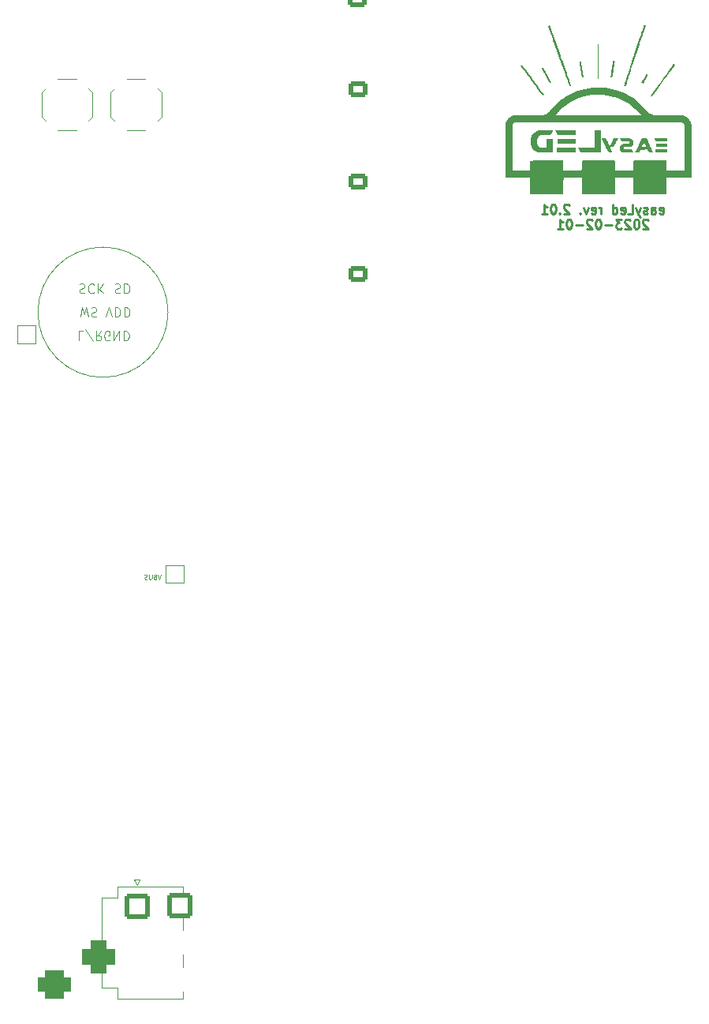
<source format=gbr>
%TF.GenerationSoftware,KiCad,Pcbnew,7.0.6*%
%TF.CreationDate,2023-07-31T04:45:07-07:00*%
%TF.ProjectId,LED_Wled,4c45445f-576c-4656-942e-6b696361645f,rev?*%
%TF.SameCoordinates,Original*%
%TF.FileFunction,Legend,Bot*%
%TF.FilePolarity,Positive*%
%FSLAX46Y46*%
G04 Gerber Fmt 4.6, Leading zero omitted, Abs format (unit mm)*
G04 Created by KiCad (PCBNEW 7.0.6) date 2023-07-31 04:45:07*
%MOMM*%
%LPD*%
G01*
G04 APERTURE LIST*
G04 Aperture macros list*
%AMRoundRect*
0 Rectangle with rounded corners*
0 $1 Rounding radius*
0 $2 $3 $4 $5 $6 $7 $8 $9 X,Y pos of 4 corners*
0 Add a 4 corners polygon primitive as box body*
4,1,4,$2,$3,$4,$5,$6,$7,$8,$9,$2,$3,0*
0 Add four circle primitives for the rounded corners*
1,1,$1+$1,$2,$3*
1,1,$1+$1,$4,$5*
1,1,$1+$1,$6,$7*
1,1,$1+$1,$8,$9*
0 Add four rect primitives between the rounded corners*
20,1,$1+$1,$2,$3,$4,$5,0*
20,1,$1+$1,$4,$5,$6,$7,0*
20,1,$1+$1,$6,$7,$8,$9,0*
20,1,$1+$1,$8,$9,$2,$3,0*%
G04 Aperture macros list end*
%ADD10C,0.250000*%
%ADD11C,0.125000*%
%ADD12C,0.100000*%
%ADD13C,0.120000*%
%ADD14RoundRect,0.250001X-1.099999X1.099999X-1.099999X-1.099999X1.099999X-1.099999X1.099999X1.099999X0*%
%ADD15C,2.700000*%
%ADD16O,2.000000X1.700000*%
%ADD17RoundRect,0.250000X-0.750000X0.600000X-0.750000X-0.600000X0.750000X-0.600000X0.750000X0.600000X0*%
%ADD18C,1.200000*%
%ADD19R,3.500000X3.500000*%
%ADD20RoundRect,0.750000X1.000000X-0.750000X1.000000X0.750000X-1.000000X0.750000X-1.000000X-0.750000X0*%
%ADD21RoundRect,0.875000X0.875000X-0.875000X0.875000X0.875000X-0.875000X0.875000X-0.875000X-0.875000X0*%
%ADD22C,0.650000*%
%ADD23O,2.100000X1.000000*%
%ADD24O,1.800000X1.000000*%
%ADD25O,3.800000X5.500000*%
%ADD26O,3.800000X5.300000*%
%ADD27R,1.500000X1.500000*%
%ADD28C,1.500000*%
%ADD29R,0.750000X1.000000*%
G04 APERTURE END LIST*
D10*
X259763448Y-70310600D02*
X259858686Y-70358219D01*
X259858686Y-70358219D02*
X260049162Y-70358219D01*
X260049162Y-70358219D02*
X260144400Y-70310600D01*
X260144400Y-70310600D02*
X260192019Y-70215361D01*
X260192019Y-70215361D02*
X260192019Y-69834409D01*
X260192019Y-69834409D02*
X260144400Y-69739171D01*
X260144400Y-69739171D02*
X260049162Y-69691552D01*
X260049162Y-69691552D02*
X259858686Y-69691552D01*
X259858686Y-69691552D02*
X259763448Y-69739171D01*
X259763448Y-69739171D02*
X259715829Y-69834409D01*
X259715829Y-69834409D02*
X259715829Y-69929647D01*
X259715829Y-69929647D02*
X260192019Y-70024885D01*
X258858686Y-70358219D02*
X258858686Y-69834409D01*
X258858686Y-69834409D02*
X258906305Y-69739171D01*
X258906305Y-69739171D02*
X259001543Y-69691552D01*
X259001543Y-69691552D02*
X259192019Y-69691552D01*
X259192019Y-69691552D02*
X259287257Y-69739171D01*
X258858686Y-70310600D02*
X258953924Y-70358219D01*
X258953924Y-70358219D02*
X259192019Y-70358219D01*
X259192019Y-70358219D02*
X259287257Y-70310600D01*
X259287257Y-70310600D02*
X259334876Y-70215361D01*
X259334876Y-70215361D02*
X259334876Y-70120123D01*
X259334876Y-70120123D02*
X259287257Y-70024885D01*
X259287257Y-70024885D02*
X259192019Y-69977266D01*
X259192019Y-69977266D02*
X258953924Y-69977266D01*
X258953924Y-69977266D02*
X258858686Y-69929647D01*
X258430114Y-70310600D02*
X258334876Y-70358219D01*
X258334876Y-70358219D02*
X258144400Y-70358219D01*
X258144400Y-70358219D02*
X258049162Y-70310600D01*
X258049162Y-70310600D02*
X258001543Y-70215361D01*
X258001543Y-70215361D02*
X258001543Y-70167742D01*
X258001543Y-70167742D02*
X258049162Y-70072504D01*
X258049162Y-70072504D02*
X258144400Y-70024885D01*
X258144400Y-70024885D02*
X258287257Y-70024885D01*
X258287257Y-70024885D02*
X258382495Y-69977266D01*
X258382495Y-69977266D02*
X258430114Y-69882028D01*
X258430114Y-69882028D02*
X258430114Y-69834409D01*
X258430114Y-69834409D02*
X258382495Y-69739171D01*
X258382495Y-69739171D02*
X258287257Y-69691552D01*
X258287257Y-69691552D02*
X258144400Y-69691552D01*
X258144400Y-69691552D02*
X258049162Y-69739171D01*
X257668209Y-69691552D02*
X257430114Y-70358219D01*
X257192019Y-69691552D02*
X257430114Y-70358219D01*
X257430114Y-70358219D02*
X257525352Y-70596314D01*
X257525352Y-70596314D02*
X257572971Y-70643933D01*
X257572971Y-70643933D02*
X257668209Y-70691552D01*
X256334876Y-70358219D02*
X256811066Y-70358219D01*
X256811066Y-70358219D02*
X256811066Y-69358219D01*
X255620590Y-70310600D02*
X255715828Y-70358219D01*
X255715828Y-70358219D02*
X255906304Y-70358219D01*
X255906304Y-70358219D02*
X256001542Y-70310600D01*
X256001542Y-70310600D02*
X256049161Y-70215361D01*
X256049161Y-70215361D02*
X256049161Y-69834409D01*
X256049161Y-69834409D02*
X256001542Y-69739171D01*
X256001542Y-69739171D02*
X255906304Y-69691552D01*
X255906304Y-69691552D02*
X255715828Y-69691552D01*
X255715828Y-69691552D02*
X255620590Y-69739171D01*
X255620590Y-69739171D02*
X255572971Y-69834409D01*
X255572971Y-69834409D02*
X255572971Y-69929647D01*
X255572971Y-69929647D02*
X256049161Y-70024885D01*
X254715828Y-70358219D02*
X254715828Y-69358219D01*
X254715828Y-70310600D02*
X254811066Y-70358219D01*
X254811066Y-70358219D02*
X255001542Y-70358219D01*
X255001542Y-70358219D02*
X255096780Y-70310600D01*
X255096780Y-70310600D02*
X255144399Y-70262980D01*
X255144399Y-70262980D02*
X255192018Y-70167742D01*
X255192018Y-70167742D02*
X255192018Y-69882028D01*
X255192018Y-69882028D02*
X255144399Y-69786790D01*
X255144399Y-69786790D02*
X255096780Y-69739171D01*
X255096780Y-69739171D02*
X255001542Y-69691552D01*
X255001542Y-69691552D02*
X254811066Y-69691552D01*
X254811066Y-69691552D02*
X254715828Y-69739171D01*
X253477732Y-70358219D02*
X253477732Y-69691552D01*
X253477732Y-69882028D02*
X253430113Y-69786790D01*
X253430113Y-69786790D02*
X253382494Y-69739171D01*
X253382494Y-69739171D02*
X253287256Y-69691552D01*
X253287256Y-69691552D02*
X253192018Y-69691552D01*
X252477732Y-70310600D02*
X252572970Y-70358219D01*
X252572970Y-70358219D02*
X252763446Y-70358219D01*
X252763446Y-70358219D02*
X252858684Y-70310600D01*
X252858684Y-70310600D02*
X252906303Y-70215361D01*
X252906303Y-70215361D02*
X252906303Y-69834409D01*
X252906303Y-69834409D02*
X252858684Y-69739171D01*
X252858684Y-69739171D02*
X252763446Y-69691552D01*
X252763446Y-69691552D02*
X252572970Y-69691552D01*
X252572970Y-69691552D02*
X252477732Y-69739171D01*
X252477732Y-69739171D02*
X252430113Y-69834409D01*
X252430113Y-69834409D02*
X252430113Y-69929647D01*
X252430113Y-69929647D02*
X252906303Y-70024885D01*
X252096779Y-69691552D02*
X251858684Y-70358219D01*
X251858684Y-70358219D02*
X251620589Y-69691552D01*
X251239636Y-70262980D02*
X251192017Y-70310600D01*
X251192017Y-70310600D02*
X251239636Y-70358219D01*
X251239636Y-70358219D02*
X251287255Y-70310600D01*
X251287255Y-70310600D02*
X251239636Y-70262980D01*
X251239636Y-70262980D02*
X251239636Y-70358219D01*
X250049160Y-69453457D02*
X250001541Y-69405838D01*
X250001541Y-69405838D02*
X249906303Y-69358219D01*
X249906303Y-69358219D02*
X249668208Y-69358219D01*
X249668208Y-69358219D02*
X249572970Y-69405838D01*
X249572970Y-69405838D02*
X249525351Y-69453457D01*
X249525351Y-69453457D02*
X249477732Y-69548695D01*
X249477732Y-69548695D02*
X249477732Y-69643933D01*
X249477732Y-69643933D02*
X249525351Y-69786790D01*
X249525351Y-69786790D02*
X250096779Y-70358219D01*
X250096779Y-70358219D02*
X249477732Y-70358219D01*
X249049160Y-70262980D02*
X249001541Y-70310600D01*
X249001541Y-70310600D02*
X249049160Y-70358219D01*
X249049160Y-70358219D02*
X249096779Y-70310600D01*
X249096779Y-70310600D02*
X249049160Y-70262980D01*
X249049160Y-70262980D02*
X249049160Y-70358219D01*
X248382494Y-69358219D02*
X248287256Y-69358219D01*
X248287256Y-69358219D02*
X248192018Y-69405838D01*
X248192018Y-69405838D02*
X248144399Y-69453457D01*
X248144399Y-69453457D02*
X248096780Y-69548695D01*
X248096780Y-69548695D02*
X248049161Y-69739171D01*
X248049161Y-69739171D02*
X248049161Y-69977266D01*
X248049161Y-69977266D02*
X248096780Y-70167742D01*
X248096780Y-70167742D02*
X248144399Y-70262980D01*
X248144399Y-70262980D02*
X248192018Y-70310600D01*
X248192018Y-70310600D02*
X248287256Y-70358219D01*
X248287256Y-70358219D02*
X248382494Y-70358219D01*
X248382494Y-70358219D02*
X248477732Y-70310600D01*
X248477732Y-70310600D02*
X248525351Y-70262980D01*
X248525351Y-70262980D02*
X248572970Y-70167742D01*
X248572970Y-70167742D02*
X248620589Y-69977266D01*
X248620589Y-69977266D02*
X248620589Y-69739171D01*
X248620589Y-69739171D02*
X248572970Y-69548695D01*
X248572970Y-69548695D02*
X248525351Y-69453457D01*
X248525351Y-69453457D02*
X248477732Y-69405838D01*
X248477732Y-69405838D02*
X248382494Y-69358219D01*
X247096780Y-70358219D02*
X247668208Y-70358219D01*
X247382494Y-70358219D02*
X247382494Y-69358219D01*
X247382494Y-69358219D02*
X247477732Y-69501076D01*
X247477732Y-69501076D02*
X247572970Y-69596314D01*
X247572970Y-69596314D02*
X247668208Y-69643933D01*
X258501542Y-71063457D02*
X258453923Y-71015838D01*
X258453923Y-71015838D02*
X258358685Y-70968219D01*
X258358685Y-70968219D02*
X258120590Y-70968219D01*
X258120590Y-70968219D02*
X258025352Y-71015838D01*
X258025352Y-71015838D02*
X257977733Y-71063457D01*
X257977733Y-71063457D02*
X257930114Y-71158695D01*
X257930114Y-71158695D02*
X257930114Y-71253933D01*
X257930114Y-71253933D02*
X257977733Y-71396790D01*
X257977733Y-71396790D02*
X258549161Y-71968219D01*
X258549161Y-71968219D02*
X257930114Y-71968219D01*
X257311066Y-70968219D02*
X257215828Y-70968219D01*
X257215828Y-70968219D02*
X257120590Y-71015838D01*
X257120590Y-71015838D02*
X257072971Y-71063457D01*
X257072971Y-71063457D02*
X257025352Y-71158695D01*
X257025352Y-71158695D02*
X256977733Y-71349171D01*
X256977733Y-71349171D02*
X256977733Y-71587266D01*
X256977733Y-71587266D02*
X257025352Y-71777742D01*
X257025352Y-71777742D02*
X257072971Y-71872980D01*
X257072971Y-71872980D02*
X257120590Y-71920600D01*
X257120590Y-71920600D02*
X257215828Y-71968219D01*
X257215828Y-71968219D02*
X257311066Y-71968219D01*
X257311066Y-71968219D02*
X257406304Y-71920600D01*
X257406304Y-71920600D02*
X257453923Y-71872980D01*
X257453923Y-71872980D02*
X257501542Y-71777742D01*
X257501542Y-71777742D02*
X257549161Y-71587266D01*
X257549161Y-71587266D02*
X257549161Y-71349171D01*
X257549161Y-71349171D02*
X257501542Y-71158695D01*
X257501542Y-71158695D02*
X257453923Y-71063457D01*
X257453923Y-71063457D02*
X257406304Y-71015838D01*
X257406304Y-71015838D02*
X257311066Y-70968219D01*
X256596780Y-71063457D02*
X256549161Y-71015838D01*
X256549161Y-71015838D02*
X256453923Y-70968219D01*
X256453923Y-70968219D02*
X256215828Y-70968219D01*
X256215828Y-70968219D02*
X256120590Y-71015838D01*
X256120590Y-71015838D02*
X256072971Y-71063457D01*
X256072971Y-71063457D02*
X256025352Y-71158695D01*
X256025352Y-71158695D02*
X256025352Y-71253933D01*
X256025352Y-71253933D02*
X256072971Y-71396790D01*
X256072971Y-71396790D02*
X256644399Y-71968219D01*
X256644399Y-71968219D02*
X256025352Y-71968219D01*
X255692018Y-70968219D02*
X255072971Y-70968219D01*
X255072971Y-70968219D02*
X255406304Y-71349171D01*
X255406304Y-71349171D02*
X255263447Y-71349171D01*
X255263447Y-71349171D02*
X255168209Y-71396790D01*
X255168209Y-71396790D02*
X255120590Y-71444409D01*
X255120590Y-71444409D02*
X255072971Y-71539647D01*
X255072971Y-71539647D02*
X255072971Y-71777742D01*
X255072971Y-71777742D02*
X255120590Y-71872980D01*
X255120590Y-71872980D02*
X255168209Y-71920600D01*
X255168209Y-71920600D02*
X255263447Y-71968219D01*
X255263447Y-71968219D02*
X255549161Y-71968219D01*
X255549161Y-71968219D02*
X255644399Y-71920600D01*
X255644399Y-71920600D02*
X255692018Y-71872980D01*
X254644399Y-71587266D02*
X253882495Y-71587266D01*
X253215828Y-70968219D02*
X253120590Y-70968219D01*
X253120590Y-70968219D02*
X253025352Y-71015838D01*
X253025352Y-71015838D02*
X252977733Y-71063457D01*
X252977733Y-71063457D02*
X252930114Y-71158695D01*
X252930114Y-71158695D02*
X252882495Y-71349171D01*
X252882495Y-71349171D02*
X252882495Y-71587266D01*
X252882495Y-71587266D02*
X252930114Y-71777742D01*
X252930114Y-71777742D02*
X252977733Y-71872980D01*
X252977733Y-71872980D02*
X253025352Y-71920600D01*
X253025352Y-71920600D02*
X253120590Y-71968219D01*
X253120590Y-71968219D02*
X253215828Y-71968219D01*
X253215828Y-71968219D02*
X253311066Y-71920600D01*
X253311066Y-71920600D02*
X253358685Y-71872980D01*
X253358685Y-71872980D02*
X253406304Y-71777742D01*
X253406304Y-71777742D02*
X253453923Y-71587266D01*
X253453923Y-71587266D02*
X253453923Y-71349171D01*
X253453923Y-71349171D02*
X253406304Y-71158695D01*
X253406304Y-71158695D02*
X253358685Y-71063457D01*
X253358685Y-71063457D02*
X253311066Y-71015838D01*
X253311066Y-71015838D02*
X253215828Y-70968219D01*
X252501542Y-71063457D02*
X252453923Y-71015838D01*
X252453923Y-71015838D02*
X252358685Y-70968219D01*
X252358685Y-70968219D02*
X252120590Y-70968219D01*
X252120590Y-70968219D02*
X252025352Y-71015838D01*
X252025352Y-71015838D02*
X251977733Y-71063457D01*
X251977733Y-71063457D02*
X251930114Y-71158695D01*
X251930114Y-71158695D02*
X251930114Y-71253933D01*
X251930114Y-71253933D02*
X251977733Y-71396790D01*
X251977733Y-71396790D02*
X252549161Y-71968219D01*
X252549161Y-71968219D02*
X251930114Y-71968219D01*
X251501542Y-71587266D02*
X250739638Y-71587266D01*
X250072971Y-70968219D02*
X249977733Y-70968219D01*
X249977733Y-70968219D02*
X249882495Y-71015838D01*
X249882495Y-71015838D02*
X249834876Y-71063457D01*
X249834876Y-71063457D02*
X249787257Y-71158695D01*
X249787257Y-71158695D02*
X249739638Y-71349171D01*
X249739638Y-71349171D02*
X249739638Y-71587266D01*
X249739638Y-71587266D02*
X249787257Y-71777742D01*
X249787257Y-71777742D02*
X249834876Y-71872980D01*
X249834876Y-71872980D02*
X249882495Y-71920600D01*
X249882495Y-71920600D02*
X249977733Y-71968219D01*
X249977733Y-71968219D02*
X250072971Y-71968219D01*
X250072971Y-71968219D02*
X250168209Y-71920600D01*
X250168209Y-71920600D02*
X250215828Y-71872980D01*
X250215828Y-71872980D02*
X250263447Y-71777742D01*
X250263447Y-71777742D02*
X250311066Y-71587266D01*
X250311066Y-71587266D02*
X250311066Y-71349171D01*
X250311066Y-71349171D02*
X250263447Y-71158695D01*
X250263447Y-71158695D02*
X250215828Y-71063457D01*
X250215828Y-71063457D02*
X250168209Y-71015838D01*
X250168209Y-71015838D02*
X250072971Y-70968219D01*
X248787257Y-71968219D02*
X249358685Y-71968219D01*
X249072971Y-71968219D02*
X249072971Y-70968219D01*
X249072971Y-70968219D02*
X249168209Y-71111076D01*
X249168209Y-71111076D02*
X249263447Y-71206314D01*
X249263447Y-71206314D02*
X249358685Y-71253933D01*
D11*
X206250265Y-109046409D02*
X206083599Y-109546409D01*
X206083599Y-109546409D02*
X205916932Y-109046409D01*
X205583599Y-109284504D02*
X205512171Y-109308314D01*
X205512171Y-109308314D02*
X205488361Y-109332123D01*
X205488361Y-109332123D02*
X205464552Y-109379742D01*
X205464552Y-109379742D02*
X205464552Y-109451171D01*
X205464552Y-109451171D02*
X205488361Y-109498790D01*
X205488361Y-109498790D02*
X205512171Y-109522600D01*
X205512171Y-109522600D02*
X205559790Y-109546409D01*
X205559790Y-109546409D02*
X205750266Y-109546409D01*
X205750266Y-109546409D02*
X205750266Y-109046409D01*
X205750266Y-109046409D02*
X205583599Y-109046409D01*
X205583599Y-109046409D02*
X205535980Y-109070219D01*
X205535980Y-109070219D02*
X205512171Y-109094028D01*
X205512171Y-109094028D02*
X205488361Y-109141647D01*
X205488361Y-109141647D02*
X205488361Y-109189266D01*
X205488361Y-109189266D02*
X205512171Y-109236885D01*
X205512171Y-109236885D02*
X205535980Y-109260695D01*
X205535980Y-109260695D02*
X205583599Y-109284504D01*
X205583599Y-109284504D02*
X205750266Y-109284504D01*
X205250266Y-109046409D02*
X205250266Y-109451171D01*
X205250266Y-109451171D02*
X205226456Y-109498790D01*
X205226456Y-109498790D02*
X205202647Y-109522600D01*
X205202647Y-109522600D02*
X205155028Y-109546409D01*
X205155028Y-109546409D02*
X205059790Y-109546409D01*
X205059790Y-109546409D02*
X205012171Y-109522600D01*
X205012171Y-109522600D02*
X204988361Y-109498790D01*
X204988361Y-109498790D02*
X204964552Y-109451171D01*
X204964552Y-109451171D02*
X204964552Y-109046409D01*
X204750265Y-109522600D02*
X204678837Y-109546409D01*
X204678837Y-109546409D02*
X204559789Y-109546409D01*
X204559789Y-109546409D02*
X204512170Y-109522600D01*
X204512170Y-109522600D02*
X204488361Y-109498790D01*
X204488361Y-109498790D02*
X204464551Y-109451171D01*
X204464551Y-109451171D02*
X204464551Y-109403552D01*
X204464551Y-109403552D02*
X204488361Y-109355933D01*
X204488361Y-109355933D02*
X204512170Y-109332123D01*
X204512170Y-109332123D02*
X204559789Y-109308314D01*
X204559789Y-109308314D02*
X204655027Y-109284504D01*
X204655027Y-109284504D02*
X204702646Y-109260695D01*
X204702646Y-109260695D02*
X204726456Y-109236885D01*
X204726456Y-109236885D02*
X204750265Y-109189266D01*
X204750265Y-109189266D02*
X204750265Y-109141647D01*
X204750265Y-109141647D02*
X204726456Y-109094028D01*
X204726456Y-109094028D02*
X204702646Y-109070219D01*
X204702646Y-109070219D02*
X204655027Y-109046409D01*
X204655027Y-109046409D02*
X204535980Y-109046409D01*
X204535980Y-109046409D02*
X204464551Y-109070219D01*
D12*
X201271865Y-77924600D02*
X201414722Y-77876980D01*
X201414722Y-77876980D02*
X201652817Y-77876980D01*
X201652817Y-77876980D02*
X201748055Y-77924600D01*
X201748055Y-77924600D02*
X201795674Y-77972219D01*
X201795674Y-77972219D02*
X201843293Y-78067457D01*
X201843293Y-78067457D02*
X201843293Y-78162695D01*
X201843293Y-78162695D02*
X201795674Y-78257933D01*
X201795674Y-78257933D02*
X201748055Y-78305552D01*
X201748055Y-78305552D02*
X201652817Y-78353171D01*
X201652817Y-78353171D02*
X201462341Y-78400790D01*
X201462341Y-78400790D02*
X201367103Y-78448409D01*
X201367103Y-78448409D02*
X201319484Y-78496028D01*
X201319484Y-78496028D02*
X201271865Y-78591266D01*
X201271865Y-78591266D02*
X201271865Y-78686504D01*
X201271865Y-78686504D02*
X201319484Y-78781742D01*
X201319484Y-78781742D02*
X201367103Y-78829361D01*
X201367103Y-78829361D02*
X201462341Y-78876980D01*
X201462341Y-78876980D02*
X201700436Y-78876980D01*
X201700436Y-78876980D02*
X201843293Y-78829361D01*
X202271865Y-77876980D02*
X202271865Y-78876980D01*
X202271865Y-78876980D02*
X202509960Y-78876980D01*
X202509960Y-78876980D02*
X202652817Y-78829361D01*
X202652817Y-78829361D02*
X202748055Y-78734123D01*
X202748055Y-78734123D02*
X202795674Y-78638885D01*
X202795674Y-78638885D02*
X202843293Y-78448409D01*
X202843293Y-78448409D02*
X202843293Y-78305552D01*
X202843293Y-78305552D02*
X202795674Y-78115076D01*
X202795674Y-78115076D02*
X202748055Y-78019838D01*
X202748055Y-78019838D02*
X202652817Y-77924600D01*
X202652817Y-77924600D02*
X202509960Y-77876980D01*
X202509960Y-77876980D02*
X202271865Y-77876980D01*
X197461865Y-77924600D02*
X197604722Y-77876980D01*
X197604722Y-77876980D02*
X197842817Y-77876980D01*
X197842817Y-77876980D02*
X197938055Y-77924600D01*
X197938055Y-77924600D02*
X197985674Y-77972219D01*
X197985674Y-77972219D02*
X198033293Y-78067457D01*
X198033293Y-78067457D02*
X198033293Y-78162695D01*
X198033293Y-78162695D02*
X197985674Y-78257933D01*
X197985674Y-78257933D02*
X197938055Y-78305552D01*
X197938055Y-78305552D02*
X197842817Y-78353171D01*
X197842817Y-78353171D02*
X197652341Y-78400790D01*
X197652341Y-78400790D02*
X197557103Y-78448409D01*
X197557103Y-78448409D02*
X197509484Y-78496028D01*
X197509484Y-78496028D02*
X197461865Y-78591266D01*
X197461865Y-78591266D02*
X197461865Y-78686504D01*
X197461865Y-78686504D02*
X197509484Y-78781742D01*
X197509484Y-78781742D02*
X197557103Y-78829361D01*
X197557103Y-78829361D02*
X197652341Y-78876980D01*
X197652341Y-78876980D02*
X197890436Y-78876980D01*
X197890436Y-78876980D02*
X198033293Y-78829361D01*
X199033293Y-77972219D02*
X198985674Y-77924600D01*
X198985674Y-77924600D02*
X198842817Y-77876980D01*
X198842817Y-77876980D02*
X198747579Y-77876980D01*
X198747579Y-77876980D02*
X198604722Y-77924600D01*
X198604722Y-77924600D02*
X198509484Y-78019838D01*
X198509484Y-78019838D02*
X198461865Y-78115076D01*
X198461865Y-78115076D02*
X198414246Y-78305552D01*
X198414246Y-78305552D02*
X198414246Y-78448409D01*
X198414246Y-78448409D02*
X198461865Y-78638885D01*
X198461865Y-78638885D02*
X198509484Y-78734123D01*
X198509484Y-78734123D02*
X198604722Y-78829361D01*
X198604722Y-78829361D02*
X198747579Y-78876980D01*
X198747579Y-78876980D02*
X198842817Y-78876980D01*
X198842817Y-78876980D02*
X198985674Y-78829361D01*
X198985674Y-78829361D02*
X199033293Y-78781742D01*
X199461865Y-77876980D02*
X199461865Y-78876980D01*
X200033293Y-77876980D02*
X199604722Y-78448409D01*
X200033293Y-78876980D02*
X199461865Y-78305552D01*
X200287627Y-81416980D02*
X200620960Y-80416980D01*
X200620960Y-80416980D02*
X200954293Y-81416980D01*
X201287627Y-80416980D02*
X201287627Y-81416980D01*
X201287627Y-81416980D02*
X201525722Y-81416980D01*
X201525722Y-81416980D02*
X201668579Y-81369361D01*
X201668579Y-81369361D02*
X201763817Y-81274123D01*
X201763817Y-81274123D02*
X201811436Y-81178885D01*
X201811436Y-81178885D02*
X201859055Y-80988409D01*
X201859055Y-80988409D02*
X201859055Y-80845552D01*
X201859055Y-80845552D02*
X201811436Y-80655076D01*
X201811436Y-80655076D02*
X201763817Y-80559838D01*
X201763817Y-80559838D02*
X201668579Y-80464600D01*
X201668579Y-80464600D02*
X201525722Y-80416980D01*
X201525722Y-80416980D02*
X201287627Y-80416980D01*
X202287627Y-80416980D02*
X202287627Y-81416980D01*
X202287627Y-81416980D02*
X202525722Y-81416980D01*
X202525722Y-81416980D02*
X202668579Y-81369361D01*
X202668579Y-81369361D02*
X202763817Y-81274123D01*
X202763817Y-81274123D02*
X202811436Y-81178885D01*
X202811436Y-81178885D02*
X202859055Y-80988409D01*
X202859055Y-80988409D02*
X202859055Y-80845552D01*
X202859055Y-80845552D02*
X202811436Y-80655076D01*
X202811436Y-80655076D02*
X202763817Y-80559838D01*
X202763817Y-80559838D02*
X202668579Y-80464600D01*
X202668579Y-80464600D02*
X202525722Y-80416980D01*
X202525722Y-80416980D02*
X202287627Y-80416980D01*
X197858674Y-82956980D02*
X197382484Y-82956980D01*
X197382484Y-82956980D02*
X197382484Y-83956980D01*
X198906293Y-84004600D02*
X198049151Y-82718885D01*
X199811055Y-82956980D02*
X199477722Y-83433171D01*
X199239627Y-82956980D02*
X199239627Y-83956980D01*
X199239627Y-83956980D02*
X199620579Y-83956980D01*
X199620579Y-83956980D02*
X199715817Y-83909361D01*
X199715817Y-83909361D02*
X199763436Y-83861742D01*
X199763436Y-83861742D02*
X199811055Y-83766504D01*
X199811055Y-83766504D02*
X199811055Y-83623647D01*
X199811055Y-83623647D02*
X199763436Y-83528409D01*
X199763436Y-83528409D02*
X199715817Y-83480790D01*
X199715817Y-83480790D02*
X199620579Y-83433171D01*
X199620579Y-83433171D02*
X199239627Y-83433171D01*
X200700293Y-83909361D02*
X200605055Y-83956980D01*
X200605055Y-83956980D02*
X200462198Y-83956980D01*
X200462198Y-83956980D02*
X200319341Y-83909361D01*
X200319341Y-83909361D02*
X200224103Y-83814123D01*
X200224103Y-83814123D02*
X200176484Y-83718885D01*
X200176484Y-83718885D02*
X200128865Y-83528409D01*
X200128865Y-83528409D02*
X200128865Y-83385552D01*
X200128865Y-83385552D02*
X200176484Y-83195076D01*
X200176484Y-83195076D02*
X200224103Y-83099838D01*
X200224103Y-83099838D02*
X200319341Y-83004600D01*
X200319341Y-83004600D02*
X200462198Y-82956980D01*
X200462198Y-82956980D02*
X200557436Y-82956980D01*
X200557436Y-82956980D02*
X200700293Y-83004600D01*
X200700293Y-83004600D02*
X200747912Y-83052219D01*
X200747912Y-83052219D02*
X200747912Y-83385552D01*
X200747912Y-83385552D02*
X200557436Y-83385552D01*
X201176484Y-82956980D02*
X201176484Y-83956980D01*
X201176484Y-83956980D02*
X201747912Y-82956980D01*
X201747912Y-82956980D02*
X201747912Y-83956980D01*
X202224103Y-82956980D02*
X202224103Y-83956980D01*
X202224103Y-83956980D02*
X202462198Y-83956980D01*
X202462198Y-83956980D02*
X202605055Y-83909361D01*
X202605055Y-83909361D02*
X202700293Y-83814123D01*
X202700293Y-83814123D02*
X202747912Y-83718885D01*
X202747912Y-83718885D02*
X202795531Y-83528409D01*
X202795531Y-83528409D02*
X202795531Y-83385552D01*
X202795531Y-83385552D02*
X202747912Y-83195076D01*
X202747912Y-83195076D02*
X202700293Y-83099838D01*
X202700293Y-83099838D02*
X202605055Y-83004600D01*
X202605055Y-83004600D02*
X202462198Y-82956980D01*
X202462198Y-82956980D02*
X202224103Y-82956980D01*
X197541246Y-81416980D02*
X197779341Y-80416980D01*
X197779341Y-80416980D02*
X197969817Y-81131266D01*
X197969817Y-81131266D02*
X198160293Y-80416980D01*
X198160293Y-80416980D02*
X198398389Y-81416980D01*
X198731722Y-80464600D02*
X198874579Y-80416980D01*
X198874579Y-80416980D02*
X199112674Y-80416980D01*
X199112674Y-80416980D02*
X199207912Y-80464600D01*
X199207912Y-80464600D02*
X199255531Y-80512219D01*
X199255531Y-80512219D02*
X199303150Y-80607457D01*
X199303150Y-80607457D02*
X199303150Y-80702695D01*
X199303150Y-80702695D02*
X199255531Y-80797933D01*
X199255531Y-80797933D02*
X199207912Y-80845552D01*
X199207912Y-80845552D02*
X199112674Y-80893171D01*
X199112674Y-80893171D02*
X198922198Y-80940790D01*
X198922198Y-80940790D02*
X198826960Y-80988409D01*
X198826960Y-80988409D02*
X198779341Y-81036028D01*
X198779341Y-81036028D02*
X198731722Y-81131266D01*
X198731722Y-81131266D02*
X198731722Y-81226504D01*
X198731722Y-81226504D02*
X198779341Y-81321742D01*
X198779341Y-81321742D02*
X198826960Y-81369361D01*
X198826960Y-81369361D02*
X198922198Y-81416980D01*
X198922198Y-81416980D02*
X199160293Y-81416980D01*
X199160293Y-81416980D02*
X199303150Y-81369361D01*
D13*
%TO.C,J4*%
X203366000Y-141738500D02*
X203666000Y-142338500D01*
X203966000Y-141738500D02*
X203366000Y-141738500D01*
X203666000Y-142338500D02*
X203966000Y-141738500D01*
X201556000Y-142538500D02*
X201556000Y-143738500D01*
X208576000Y-142538500D02*
X201556000Y-142538500D01*
X199856000Y-143738500D02*
X199856000Y-153378500D01*
X201556000Y-143738500D02*
X199856000Y-143738500D01*
X199856000Y-153378500D02*
X201556000Y-153378500D01*
X201556000Y-153378500D02*
X201556000Y-154578500D01*
X201556000Y-154578500D02*
X208576000Y-154578500D01*
X208576000Y-154578500D02*
X208576000Y-142538500D01*
%TO.C,J6*%
X206750000Y-108050000D02*
X206750000Y-109950000D01*
X206750000Y-109950000D02*
X208650000Y-109950000D01*
X208650000Y-108050000D02*
X206750000Y-108050000D01*
X208650000Y-109950000D02*
X208650000Y-108050000D01*
D12*
%TO.C,U4*%
X206984600Y-80924400D02*
G75*
G03*
X206984600Y-80924400I-6985000J0D01*
G01*
D13*
%TO.C,J3*%
X190820000Y-82362000D02*
X190820000Y-84262000D01*
X190820000Y-84262000D02*
X192720000Y-84262000D01*
X192720000Y-82362000D02*
X190820000Y-82362000D01*
X192720000Y-84262000D02*
X192720000Y-82362000D01*
%TO.C,G\u002A\u002A\u002A*%
G36*
X260560994Y-63190573D02*
G01*
X259385641Y-63190573D01*
X259385641Y-62868897D01*
X260560994Y-62868897D01*
X260560994Y-63190573D01*
G37*
G36*
X260560994Y-63796808D02*
G01*
X259286664Y-63796808D01*
X259286664Y-63462760D01*
X260560994Y-63462760D01*
X260560994Y-63796808D01*
G37*
G36*
X253236688Y-55915756D02*
G01*
X253125339Y-55915756D01*
X253125339Y-52154625D01*
X253236688Y-52154625D01*
X253236688Y-55915756D01*
G37*
G36*
X250725144Y-62831781D02*
G01*
X248844579Y-62831781D01*
X248844579Y-62312151D01*
X250725144Y-62312151D01*
X250725144Y-62831781D01*
G37*
G36*
X250725144Y-63796808D02*
G01*
X248683741Y-63796808D01*
X248683741Y-63264806D01*
X250725144Y-63264806D01*
X250725144Y-63796808D01*
G37*
G36*
X260560994Y-62621454D02*
G01*
X259387217Y-62621454D01*
X259322988Y-62507012D01*
X259305278Y-62475519D01*
X259274725Y-62421441D01*
X259247603Y-62373725D01*
X259228233Y-62339988D01*
X259197708Y-62287407D01*
X260560994Y-62287407D01*
X260560994Y-62621454D01*
G37*
G36*
X250725144Y-61916397D02*
G01*
X249783937Y-61913227D01*
X248842729Y-61910057D01*
X248731518Y-61712102D01*
X248700970Y-61657725D01*
X248663372Y-61590787D01*
X248629445Y-61530376D01*
X248602006Y-61481507D01*
X248583871Y-61449194D01*
X248547436Y-61384241D01*
X250725144Y-61384241D01*
X250725144Y-61916397D01*
G37*
G36*
X253434642Y-63796808D02*
G01*
X251282526Y-63796808D01*
X251155394Y-63546272D01*
X251136545Y-63509044D01*
X251101490Y-63439337D01*
X251071082Y-63378253D01*
X251046972Y-63329145D01*
X251030814Y-63295367D01*
X251024261Y-63280271D01*
X251024232Y-63279788D01*
X251029462Y-63276765D01*
X251045170Y-63274150D01*
X251072780Y-63271918D01*
X251113722Y-63270044D01*
X251169420Y-63268502D01*
X251241303Y-63267267D01*
X251330795Y-63266313D01*
X251439325Y-63265615D01*
X251568319Y-63265149D01*
X251719203Y-63264887D01*
X251893404Y-63264806D01*
X252766547Y-63264806D01*
X252766547Y-61384241D01*
X253434642Y-61384241D01*
X253434642Y-63796808D01*
G37*
G36*
X258343333Y-55401835D02*
G01*
X258378587Y-55409795D01*
X258418599Y-55420232D01*
X258456136Y-55431210D01*
X258483964Y-55440795D01*
X258494847Y-55447053D01*
X258493139Y-55451398D01*
X258481778Y-55475028D01*
X258460769Y-55516993D01*
X258431294Y-55574980D01*
X258394538Y-55646679D01*
X258351682Y-55729777D01*
X258303909Y-55821963D01*
X258252401Y-55920926D01*
X258214096Y-55994572D01*
X258161622Y-56095847D01*
X258118664Y-56178291D01*
X258083718Y-56243647D01*
X258055279Y-56293654D01*
X258031841Y-56330055D01*
X258011899Y-56354590D01*
X257993948Y-56369001D01*
X257976483Y-56375029D01*
X257957999Y-56374416D01*
X257936989Y-56368902D01*
X257911950Y-56360229D01*
X257881376Y-56350138D01*
X257815422Y-56330222D01*
X258063665Y-55866267D01*
X258094084Y-55809433D01*
X258144816Y-55714729D01*
X258191183Y-55628277D01*
X258231970Y-55552338D01*
X258265959Y-55489174D01*
X258291934Y-55441047D01*
X258308678Y-55410219D01*
X258314976Y-55398953D01*
X258320073Y-55398286D01*
X258343333Y-55401835D01*
G37*
G36*
X254857935Y-53996341D02*
G01*
X254865375Y-53996714D01*
X254909219Y-53999545D01*
X254941349Y-54002675D01*
X254955257Y-54005492D01*
X254955253Y-54007545D01*
X254952602Y-54028806D01*
X254946443Y-54071172D01*
X254937165Y-54132252D01*
X254925154Y-54209657D01*
X254910799Y-54300999D01*
X254894486Y-54403887D01*
X254876602Y-54515933D01*
X254857537Y-54634746D01*
X254837675Y-54757938D01*
X254817406Y-54883119D01*
X254797116Y-55007900D01*
X254777193Y-55129892D01*
X254758024Y-55246705D01*
X254739996Y-55355950D01*
X254723497Y-55455237D01*
X254708915Y-55542178D01*
X254696637Y-55614382D01*
X254687049Y-55669461D01*
X254680540Y-55705024D01*
X254677497Y-55718684D01*
X254673904Y-55719822D01*
X254651876Y-55720039D01*
X254616395Y-55717919D01*
X254574946Y-55714184D01*
X254535012Y-55709559D01*
X254504076Y-55704766D01*
X254489622Y-55700528D01*
X254490142Y-55694122D01*
X254494106Y-55665568D01*
X254501574Y-55615956D01*
X254512234Y-55547251D01*
X254525772Y-55461422D01*
X254541876Y-55360436D01*
X254560233Y-55246261D01*
X254580530Y-55120864D01*
X254602456Y-54986212D01*
X254625696Y-54844273D01*
X254765640Y-53991888D01*
X254857935Y-53996341D01*
G37*
G36*
X251459420Y-54840973D02*
G01*
X251472159Y-54920173D01*
X251494367Y-55058098D01*
X251515357Y-55188274D01*
X251534792Y-55308615D01*
X251552334Y-55417037D01*
X251567644Y-55511453D01*
X251580385Y-55589779D01*
X251590219Y-55649930D01*
X251596808Y-55689819D01*
X251599814Y-55707362D01*
X251600325Y-55710127D01*
X251599549Y-55735076D01*
X251583229Y-55746136D01*
X251569011Y-55748519D01*
X251533506Y-55751659D01*
X251490465Y-55753483D01*
X251461547Y-55753688D01*
X251434075Y-55751083D01*
X251420460Y-55742966D01*
X251414183Y-55727080D01*
X251410418Y-55707891D01*
X251403117Y-55666287D01*
X251392952Y-55605880D01*
X251380299Y-55529069D01*
X251365536Y-55438259D01*
X251349041Y-55335850D01*
X251331190Y-55224245D01*
X251312362Y-55105845D01*
X251292933Y-54983052D01*
X251273280Y-54858269D01*
X251253782Y-54733897D01*
X251234815Y-54612338D01*
X251216756Y-54495995D01*
X251199984Y-54387268D01*
X251184875Y-54288561D01*
X251171807Y-54202275D01*
X251161156Y-54130811D01*
X251153301Y-54076572D01*
X251148619Y-54041960D01*
X251147487Y-54029377D01*
X251147653Y-54029232D01*
X251163001Y-54025149D01*
X251195871Y-54020206D01*
X251239420Y-54015440D01*
X251325407Y-54007448D01*
X251459420Y-54840973D01*
G37*
G36*
X247273583Y-54686263D02*
G01*
X247273645Y-54686329D01*
X247281764Y-54699453D01*
X247300430Y-54731977D01*
X247328516Y-54781849D01*
X247364896Y-54847014D01*
X247408446Y-54925421D01*
X247458038Y-55015016D01*
X247512549Y-55113747D01*
X247570851Y-55219561D01*
X247631819Y-55330405D01*
X247694327Y-55444226D01*
X247757249Y-55558971D01*
X247819461Y-55672587D01*
X247879835Y-55783022D01*
X247937247Y-55888223D01*
X247990570Y-55986137D01*
X248038680Y-56074710D01*
X248080449Y-56151891D01*
X248114752Y-56215626D01*
X248140464Y-56263863D01*
X248156459Y-56294548D01*
X248161611Y-56305629D01*
X248161212Y-56305890D01*
X248145982Y-56311398D01*
X248113935Y-56321441D01*
X248071321Y-56334052D01*
X248066853Y-56335335D01*
X248023564Y-56346926D01*
X247990094Y-56354450D01*
X247973368Y-56356333D01*
X247966305Y-56346092D01*
X247948542Y-56316050D01*
X247921267Y-56268278D01*
X247885605Y-56204841D01*
X247842684Y-56127806D01*
X247793630Y-56039240D01*
X247739570Y-55941210D01*
X247681630Y-55835783D01*
X247620939Y-55725025D01*
X247558621Y-55611003D01*
X247495805Y-55495785D01*
X247433616Y-55381436D01*
X247373182Y-55270024D01*
X247315629Y-55163615D01*
X247262084Y-55064276D01*
X247213674Y-54974074D01*
X247171525Y-54895076D01*
X247136765Y-54829348D01*
X247110519Y-54778958D01*
X247093916Y-54745972D01*
X247088080Y-54732456D01*
X247090757Y-54727991D01*
X247110926Y-54717113D01*
X247144846Y-54705407D01*
X247185293Y-54694671D01*
X247225046Y-54686703D01*
X247256883Y-54683301D01*
X247273583Y-54686263D01*
G37*
G36*
X261269143Y-54316178D02*
G01*
X261314264Y-54330762D01*
X261317112Y-54331734D01*
X261360779Y-54347209D01*
X261395546Y-54360525D01*
X261414111Y-54368892D01*
X261414364Y-54369235D01*
X261408620Y-54382424D01*
X261388680Y-54414084D01*
X261354449Y-54464345D01*
X261305833Y-54533339D01*
X261242738Y-54621195D01*
X261165069Y-54728043D01*
X261072733Y-54854015D01*
X260965635Y-54999241D01*
X260843681Y-55163851D01*
X260706776Y-55347976D01*
X260552312Y-55556059D01*
X260351462Y-55828610D01*
X260155791Y-56096371D01*
X259967385Y-56356460D01*
X259788329Y-56605993D01*
X259620709Y-56842089D01*
X259466610Y-57061865D01*
X258948682Y-57805881D01*
X258861411Y-57776198D01*
X258855792Y-57774273D01*
X258812855Y-57758628D01*
X258780032Y-57745094D01*
X258764039Y-57736413D01*
X258763960Y-57736252D01*
X258770609Y-57723709D01*
X258791042Y-57693136D01*
X258824127Y-57646079D01*
X258868730Y-57584084D01*
X258923719Y-57508695D01*
X258987961Y-57421460D01*
X259060323Y-57323923D01*
X259139672Y-57217632D01*
X259224874Y-57104130D01*
X259314798Y-56984964D01*
X259343345Y-56947209D01*
X259456893Y-56796518D01*
X259563049Y-56654670D01*
X259663930Y-56518725D01*
X259761653Y-56385744D01*
X259858337Y-56252787D01*
X259956098Y-56116916D01*
X260057055Y-55975190D01*
X260163324Y-55824671D01*
X260277023Y-55662420D01*
X260400269Y-55485497D01*
X260535181Y-55290963D01*
X260556193Y-55260615D01*
X260650915Y-55123895D01*
X260741637Y-54993084D01*
X260827353Y-54869627D01*
X260907056Y-54754970D01*
X260979738Y-54650556D01*
X261044393Y-54557829D01*
X261100014Y-54478236D01*
X261145593Y-54413219D01*
X261180124Y-54364223D01*
X261202599Y-54332694D01*
X261212012Y-54320076D01*
X261212277Y-54319798D01*
X261224143Y-54311323D01*
X261241101Y-54309907D01*
X261269143Y-54316178D01*
G37*
G36*
X253775518Y-62290229D02*
G01*
X254003818Y-62293593D01*
X254199717Y-62705002D01*
X254201551Y-62708853D01*
X254246108Y-62802261D01*
X254287314Y-62888346D01*
X254323959Y-62964604D01*
X254354834Y-63028528D01*
X254378728Y-63077615D01*
X254394432Y-63109358D01*
X254400735Y-63121253D01*
X254401124Y-63121103D01*
X254409614Y-63107918D01*
X254427906Y-63075484D01*
X254454743Y-63026153D01*
X254488866Y-62962277D01*
X254529017Y-62886210D01*
X254573937Y-62800304D01*
X254622368Y-62706910D01*
X254838880Y-62287724D01*
X255064672Y-62287565D01*
X255133869Y-62287710D01*
X255196563Y-62288231D01*
X255246145Y-62289065D01*
X255278737Y-62290146D01*
X255290463Y-62291407D01*
X255289677Y-62293276D01*
X255280295Y-62312452D01*
X255261258Y-62350416D01*
X255233757Y-62404820D01*
X255198983Y-62473318D01*
X255158126Y-62553562D01*
X255112379Y-62643204D01*
X255062931Y-62739897D01*
X254835398Y-63184387D01*
X254636092Y-63187786D01*
X254590713Y-63188726D01*
X254529560Y-63190586D01*
X254480770Y-63192800D01*
X254448469Y-63195168D01*
X254436786Y-63197489D01*
X254440676Y-63207172D01*
X254453906Y-63236580D01*
X254475154Y-63282634D01*
X254503006Y-63342296D01*
X254536052Y-63412526D01*
X254572879Y-63490288D01*
X254604919Y-63558027D01*
X254638599Y-63629925D01*
X254667261Y-63691871D01*
X254689489Y-63740773D01*
X254703866Y-63773540D01*
X254708973Y-63787081D01*
X254699616Y-63789908D01*
X254669175Y-63792367D01*
X254621437Y-63793951D01*
X254560336Y-63794537D01*
X254489804Y-63794000D01*
X254270635Y-63790622D01*
X254008202Y-63246247D01*
X253964899Y-63156402D01*
X253908213Y-63038733D01*
X253852560Y-62923150D01*
X253799562Y-62813021D01*
X253750836Y-62711712D01*
X253708003Y-62622589D01*
X253672682Y-62549019D01*
X253646493Y-62494369D01*
X253547217Y-62286865D01*
X253775518Y-62290229D01*
G37*
G36*
X258790146Y-63200585D02*
G01*
X258847365Y-63317246D01*
X258900131Y-63424950D01*
X258947519Y-63521806D01*
X258988605Y-63605920D01*
X259022464Y-63675402D01*
X259048172Y-63728359D01*
X259064803Y-63762899D01*
X259071433Y-63777129D01*
X259072364Y-63782037D01*
X259068180Y-63787667D01*
X259054646Y-63791673D01*
X259028683Y-63794321D01*
X258987212Y-63795881D01*
X258927156Y-63796621D01*
X258845436Y-63796808D01*
X258611888Y-63796808D01*
X258488414Y-63548331D01*
X258470653Y-63512703D01*
X258436106Y-63444078D01*
X258405789Y-63384745D01*
X258381376Y-63337931D01*
X258364540Y-63306864D01*
X258356955Y-63294772D01*
X258356762Y-63294690D01*
X258345716Y-63302708D01*
X258322834Y-63326488D01*
X258291348Y-63362486D01*
X258254491Y-63407155D01*
X258160012Y-63524621D01*
X257708319Y-63524621D01*
X257641170Y-63660714D01*
X257574020Y-63796808D01*
X257122752Y-63796808D01*
X257250657Y-63533900D01*
X257258689Y-63517404D01*
X257295445Y-63442125D01*
X257340608Y-63349894D01*
X257392144Y-63244846D01*
X257418811Y-63190573D01*
X257876103Y-63190573D01*
X258092684Y-63190573D01*
X258153542Y-63190317D01*
X258215733Y-63189446D01*
X258265056Y-63188067D01*
X258297553Y-63186296D01*
X258309265Y-63184249D01*
X258306836Y-63177293D01*
X258295251Y-63151801D01*
X258275977Y-63111816D01*
X258251083Y-63061413D01*
X258222640Y-63004670D01*
X258192719Y-62945661D01*
X258163391Y-62888465D01*
X258136725Y-62837155D01*
X258114793Y-62795809D01*
X258099664Y-62768503D01*
X258093411Y-62759313D01*
X258093251Y-62759526D01*
X258085826Y-62773249D01*
X258069297Y-62805346D01*
X258045428Y-62852343D01*
X258015983Y-62910770D01*
X257982726Y-62977153D01*
X257876103Y-63190573D01*
X257418811Y-63190573D01*
X257448024Y-63131117D01*
X257506214Y-63012842D01*
X257564684Y-62894158D01*
X257621401Y-62779199D01*
X257864241Y-62287407D01*
X258341424Y-62287407D01*
X258702653Y-63022428D01*
X258729398Y-63076860D01*
X258782125Y-63184249D01*
X258790146Y-63200585D01*
G37*
G36*
X249132665Y-53409086D02*
G01*
X249173259Y-53523252D01*
X249269773Y-53794753D01*
X249363950Y-54059776D01*
X249455459Y-54317386D01*
X249543969Y-54566646D01*
X249629148Y-54806624D01*
X249710665Y-55036382D01*
X249788190Y-55254986D01*
X249861392Y-55461500D01*
X249929938Y-55654990D01*
X249993498Y-55834521D01*
X250051741Y-55999156D01*
X250104336Y-56147961D01*
X250150951Y-56280001D01*
X250191255Y-56394340D01*
X250224918Y-56490044D01*
X250251608Y-56566177D01*
X250270994Y-56621804D01*
X250282744Y-56655989D01*
X250286529Y-56667799D01*
X250286369Y-56667924D01*
X250272095Y-56672176D01*
X250240406Y-56679462D01*
X250197807Y-56688280D01*
X250196152Y-56688606D01*
X250152495Y-56696593D01*
X250118640Y-56701653D01*
X250101794Y-56702704D01*
X250098343Y-56694991D01*
X250086915Y-56665266D01*
X250067948Y-56614287D01*
X250041849Y-56543197D01*
X250009026Y-56453136D01*
X249969885Y-56345246D01*
X249924835Y-56220669D01*
X249874282Y-56080547D01*
X249818634Y-55926020D01*
X249758297Y-55758231D01*
X249693679Y-55578320D01*
X249625188Y-55387430D01*
X249553230Y-55186702D01*
X249478213Y-54977278D01*
X249400544Y-54760299D01*
X249320630Y-54536907D01*
X249238879Y-54308243D01*
X249155697Y-54075449D01*
X249071493Y-53839666D01*
X248986673Y-53602036D01*
X248901644Y-53363700D01*
X248816813Y-53125801D01*
X248732589Y-52889479D01*
X248649378Y-52655877D01*
X248567588Y-52426135D01*
X248487625Y-52201395D01*
X248409897Y-51982799D01*
X248334811Y-51771489D01*
X248262775Y-51568605D01*
X248194195Y-51375290D01*
X248129479Y-51192685D01*
X248069034Y-51021932D01*
X248013268Y-50864171D01*
X247962587Y-50720546D01*
X247917399Y-50592196D01*
X247878111Y-50480265D01*
X247845131Y-50385893D01*
X247818865Y-50310221D01*
X247799721Y-50254393D01*
X247788106Y-50219548D01*
X247784428Y-50206828D01*
X247785355Y-50205466D01*
X247802752Y-50196616D01*
X247836965Y-50185585D01*
X247881789Y-50174440D01*
X247975164Y-50154010D01*
X249132665Y-53409086D01*
G37*
G36*
X245007471Y-54413339D02*
G01*
X245013322Y-54420720D01*
X245033426Y-54447044D01*
X245066542Y-54490842D01*
X245111711Y-54550828D01*
X245167972Y-54625717D01*
X245234366Y-54714223D01*
X245309933Y-54815059D01*
X245393713Y-54926941D01*
X245484747Y-55048582D01*
X245582074Y-55178697D01*
X245684735Y-55315999D01*
X245791770Y-55459204D01*
X245902219Y-55607025D01*
X246015122Y-55758177D01*
X246129519Y-55911373D01*
X246244451Y-56065328D01*
X246358958Y-56218757D01*
X246472080Y-56370373D01*
X246582857Y-56518891D01*
X246690329Y-56663024D01*
X246793536Y-56801488D01*
X246891519Y-56932996D01*
X246983318Y-57056263D01*
X247067973Y-57170002D01*
X247144524Y-57272929D01*
X247212011Y-57363757D01*
X247269475Y-57441201D01*
X247315956Y-57503974D01*
X247350493Y-57550791D01*
X247372127Y-57580366D01*
X247379899Y-57591414D01*
X247380128Y-57592104D01*
X247373489Y-57604677D01*
X247345945Y-57619928D01*
X247295792Y-57638817D01*
X247286010Y-57642074D01*
X247243681Y-57654696D01*
X247212164Y-57661748D01*
X247197676Y-57661774D01*
X247190168Y-57652353D01*
X247168649Y-57624179D01*
X247134262Y-57578684D01*
X247087961Y-57517148D01*
X247030701Y-57440853D01*
X246963436Y-57351079D01*
X246887121Y-57249107D01*
X246802710Y-57136218D01*
X246711157Y-57013693D01*
X246613416Y-56882812D01*
X246510442Y-56744858D01*
X246403190Y-56601110D01*
X246292613Y-56452850D01*
X246179665Y-56301358D01*
X246065302Y-56147915D01*
X245950478Y-55993802D01*
X245836146Y-55840301D01*
X245723261Y-55688691D01*
X245612778Y-55540254D01*
X245505651Y-55396271D01*
X245402834Y-55258023D01*
X245305281Y-55126790D01*
X245213947Y-55003854D01*
X245129787Y-54890494D01*
X245053753Y-54787993D01*
X244986802Y-54697631D01*
X244929887Y-54620690D01*
X244883962Y-54558448D01*
X244849982Y-54512189D01*
X244828902Y-54483192D01*
X244821674Y-54472739D01*
X244825539Y-54467636D01*
X244847249Y-54455736D01*
X244881887Y-54441944D01*
X244922341Y-54428534D01*
X244961498Y-54417781D01*
X244992246Y-54411958D01*
X245007471Y-54413339D01*
G37*
G36*
X247759907Y-61371871D02*
G01*
X247878803Y-61372060D01*
X247989528Y-61372528D01*
X248089714Y-61373245D01*
X248176994Y-61374180D01*
X248248999Y-61375305D01*
X248303362Y-61376588D01*
X248337716Y-61378000D01*
X248349694Y-61379512D01*
X248347644Y-61384815D01*
X248336032Y-61409314D01*
X248315547Y-61450691D01*
X248287773Y-61505789D01*
X248254294Y-61571454D01*
X248216693Y-61644528D01*
X248083693Y-61901901D01*
X247582621Y-61907106D01*
X247546574Y-61907484D01*
X247419663Y-61908966D01*
X247314167Y-61910666D01*
X247227432Y-61912882D01*
X247156805Y-61915913D01*
X247099633Y-61920058D01*
X247053261Y-61925617D01*
X247015037Y-61932887D01*
X246982307Y-61942168D01*
X246952417Y-61953760D01*
X246922715Y-61967960D01*
X246890546Y-61985067D01*
X246812377Y-62040476D01*
X246744204Y-62115723D01*
X246692197Y-62205007D01*
X246674085Y-62247371D01*
X246653100Y-62306381D01*
X246638692Y-62365243D01*
X246629805Y-62430154D01*
X246625382Y-62507306D01*
X246624369Y-62602896D01*
X246625222Y-62659717D01*
X246632337Y-62772579D01*
X246647419Y-62868867D01*
X246671420Y-62953619D01*
X246705289Y-63031871D01*
X246710052Y-63040858D01*
X246760991Y-63113149D01*
X246827195Y-63177027D01*
X246900403Y-63224343D01*
X246970200Y-63258620D01*
X247313527Y-63262429D01*
X247656854Y-63266239D01*
X247656854Y-62336895D01*
X248324949Y-62336895D01*
X248324949Y-63798065D01*
X247585714Y-63793946D01*
X246846479Y-63789828D01*
X246727320Y-63757287D01*
X246683688Y-63744826D01*
X246527847Y-63689594D01*
X246392465Y-63622532D01*
X246275890Y-63542359D01*
X246176470Y-63447792D01*
X246092553Y-63337551D01*
X246022487Y-63210352D01*
X245984160Y-63114319D01*
X245945989Y-62974683D01*
X245921026Y-62822745D01*
X245909375Y-62663439D01*
X245911139Y-62501703D01*
X245926424Y-62342472D01*
X245955333Y-62190682D01*
X245997972Y-62051270D01*
X246032327Y-61972177D01*
X246107336Y-61847878D01*
X246202686Y-61736114D01*
X246317264Y-61637782D01*
X246449956Y-61553780D01*
X246599650Y-61485007D01*
X246765234Y-61432358D01*
X246819226Y-61419292D01*
X246872784Y-61408162D01*
X246928218Y-61398871D01*
X246988069Y-61391260D01*
X247054877Y-61385173D01*
X247131183Y-61380454D01*
X247219527Y-61376944D01*
X247322449Y-61374488D01*
X247442490Y-61372928D01*
X247582191Y-61372107D01*
X247744093Y-61371869D01*
X247759907Y-61371871D01*
G37*
G36*
X258125165Y-50104741D02*
G01*
X258163547Y-50109488D01*
X258205793Y-50116991D01*
X258244784Y-50125931D01*
X258273400Y-50134986D01*
X258284521Y-50142836D01*
X258282839Y-50148633D01*
X258274060Y-50176165D01*
X258258115Y-50225262D01*
X258235387Y-50294769D01*
X258206257Y-50383531D01*
X258171109Y-50490394D01*
X258130326Y-50614202D01*
X258084290Y-50753800D01*
X258033385Y-50908035D01*
X257977992Y-51075750D01*
X257918496Y-51255792D01*
X257855278Y-51447005D01*
X257788722Y-51648234D01*
X257719210Y-51858325D01*
X257647125Y-52076123D01*
X257572850Y-52300473D01*
X257496768Y-52530221D01*
X257419262Y-52764210D01*
X257340713Y-53001288D01*
X257261506Y-53240298D01*
X257182023Y-53480086D01*
X257102647Y-53719497D01*
X257023760Y-53957376D01*
X256945746Y-54192569D01*
X256868987Y-54423920D01*
X256793866Y-54650275D01*
X256720765Y-54870479D01*
X256650069Y-55083377D01*
X256582159Y-55287815D01*
X256517418Y-55482637D01*
X256456229Y-55666688D01*
X256398975Y-55838815D01*
X256346038Y-55997861D01*
X256297802Y-56142673D01*
X256254650Y-56272095D01*
X256216963Y-56384972D01*
X256185126Y-56480150D01*
X256159520Y-56556474D01*
X256140528Y-56612789D01*
X256128534Y-56647940D01*
X256123921Y-56660773D01*
X256117661Y-56665378D01*
X256096704Y-56665478D01*
X256086852Y-56663120D01*
X256054550Y-56657168D01*
X256014233Y-56651063D01*
X255992702Y-56647783D01*
X255958426Y-56640970D01*
X255939159Y-56634893D01*
X255939114Y-56633265D01*
X255944195Y-56612869D01*
X255956989Y-56569435D01*
X255977392Y-56503284D01*
X256005300Y-56414734D01*
X256040608Y-56304106D01*
X256083212Y-56171719D01*
X256133008Y-56017893D01*
X256189892Y-55842947D01*
X256253759Y-55647201D01*
X256324506Y-55430974D01*
X256402027Y-55194587D01*
X256486219Y-54938359D01*
X256576977Y-54662610D01*
X256674198Y-54367659D01*
X256777777Y-54053825D01*
X256887609Y-53721430D01*
X257003591Y-53370791D01*
X257034746Y-53276657D01*
X257125157Y-53003552D01*
X257213474Y-52736883D01*
X257299382Y-52477599D01*
X257382565Y-52226647D01*
X257462709Y-51984974D01*
X257539497Y-51753529D01*
X257612616Y-51533258D01*
X257681750Y-51325110D01*
X257746584Y-51130032D01*
X257806802Y-50948971D01*
X257862091Y-50782876D01*
X257912133Y-50632694D01*
X257956615Y-50499372D01*
X257995221Y-50383859D01*
X258027636Y-50287101D01*
X258053546Y-50210046D01*
X258072634Y-50153643D01*
X258084586Y-50118838D01*
X258089086Y-50106579D01*
X258097768Y-50104072D01*
X258125165Y-50104741D01*
G37*
G36*
X256151915Y-62287496D02*
G01*
X256273886Y-62287944D01*
X256375783Y-62289001D01*
X256460017Y-62290918D01*
X256529000Y-62293942D01*
X256585146Y-62298325D01*
X256630865Y-62304317D01*
X256668570Y-62312166D01*
X256700673Y-62322123D01*
X256729586Y-62334437D01*
X256757722Y-62349358D01*
X256787492Y-62367136D01*
X256859267Y-62425061D01*
X256916357Y-62500364D01*
X256954379Y-62587735D01*
X256955201Y-62590586D01*
X256965350Y-62643856D01*
X256971177Y-62710148D01*
X256972489Y-62780153D01*
X256969091Y-62844563D01*
X256960787Y-62894069D01*
X256958525Y-62901822D01*
X256921424Y-62981894D01*
X256862967Y-63052572D01*
X256785307Y-63111763D01*
X256690592Y-63157370D01*
X256676460Y-63162372D01*
X256651770Y-63169520D01*
X256623498Y-63175110D01*
X256588119Y-63179440D01*
X256542104Y-63182812D01*
X256481927Y-63185525D01*
X256404061Y-63187879D01*
X256304979Y-63190174D01*
X256294663Y-63190396D01*
X256196764Y-63192754D01*
X256120252Y-63195234D01*
X256062056Y-63198078D01*
X256019106Y-63201527D01*
X255988331Y-63205819D01*
X255966660Y-63211197D01*
X255951022Y-63217901D01*
X255915862Y-63246723D01*
X255892507Y-63290623D01*
X255887632Y-63340164D01*
X255901703Y-63389074D01*
X255935184Y-63431084D01*
X255972829Y-63462760D01*
X256806475Y-63462760D01*
X256889998Y-63630349D01*
X256973521Y-63797939D01*
X256388714Y-63794280D01*
X255803907Y-63790622D01*
X255729765Y-63760772D01*
X255658693Y-63722575D01*
X255586374Y-63661673D01*
X255569756Y-63644533D01*
X255528643Y-63594348D01*
X255500028Y-63542506D01*
X255481980Y-63483351D01*
X255472568Y-63411228D01*
X255469859Y-63320480D01*
X255469860Y-63316370D01*
X255470495Y-63255249D01*
X255473092Y-63211465D01*
X255478825Y-63178012D01*
X255488863Y-63147889D01*
X255504379Y-63114093D01*
X255524776Y-63077093D01*
X255573760Y-63014709D01*
X255636966Y-62964759D01*
X255717699Y-62924922D01*
X255819259Y-62892879D01*
X255835436Y-62888915D01*
X255871437Y-62881628D01*
X255910704Y-62876293D01*
X255957533Y-62872629D01*
X256016218Y-62870355D01*
X256091051Y-62869189D01*
X256186329Y-62868851D01*
X256220872Y-62868829D01*
X256303105Y-62868507D01*
X256365346Y-62867588D01*
X256411104Y-62865800D01*
X256443890Y-62862869D01*
X256467213Y-62858522D01*
X256484582Y-62852487D01*
X256499508Y-62844491D01*
X256503739Y-62841764D01*
X256531632Y-62816138D01*
X256547265Y-62788781D01*
X256548639Y-62782577D01*
X256549775Y-62733769D01*
X256537263Y-62686233D01*
X256513781Y-62650990D01*
X256510579Y-62648271D01*
X256501241Y-62642491D01*
X256487692Y-62637800D01*
X256467365Y-62634031D01*
X256437694Y-62631019D01*
X256396112Y-62628595D01*
X256340052Y-62626594D01*
X256266950Y-62624848D01*
X256174237Y-62623190D01*
X256059347Y-62621454D01*
X255630697Y-62615268D01*
X255546826Y-62451338D01*
X255462955Y-62287407D01*
X256017461Y-62287407D01*
X256151915Y-62287496D01*
G37*
G36*
X259367001Y-59782905D02*
G01*
X259450035Y-59784958D01*
X259546463Y-59786614D01*
X259657702Y-59787935D01*
X259785173Y-59788981D01*
X259930292Y-59789813D01*
X260094481Y-59790491D01*
X260279156Y-59791075D01*
X260485739Y-59791627D01*
X260715646Y-59792206D01*
X260739172Y-59792266D01*
X260962397Y-59792820D01*
X261162444Y-59793332D01*
X261340737Y-59793857D01*
X261498701Y-59794447D01*
X261637759Y-59795158D01*
X261759336Y-59796043D01*
X261864856Y-59797156D01*
X261955744Y-59798551D01*
X262033424Y-59800282D01*
X262099319Y-59802403D01*
X262154855Y-59804969D01*
X262201456Y-59808032D01*
X262240545Y-59811647D01*
X262273548Y-59815869D01*
X262301888Y-59820750D01*
X262326990Y-59826346D01*
X262350278Y-59832710D01*
X262373176Y-59839895D01*
X262397108Y-59847957D01*
X262423499Y-59856948D01*
X262484579Y-59879629D01*
X262628728Y-59951095D01*
X262760078Y-60042421D01*
X262876736Y-60151675D01*
X262976810Y-60276924D01*
X263058407Y-60416236D01*
X263119634Y-60567680D01*
X263122775Y-60577360D01*
X263128891Y-60595963D01*
X263134535Y-60613551D01*
X263139728Y-60631117D01*
X263144487Y-60649650D01*
X263148832Y-60670142D01*
X263152781Y-60693583D01*
X263156354Y-60720963D01*
X263159569Y-60753275D01*
X263162444Y-60791507D01*
X263165000Y-60836651D01*
X263167254Y-60889698D01*
X263169225Y-60951638D01*
X263170933Y-61023462D01*
X263172396Y-61106161D01*
X263173633Y-61200725D01*
X263174663Y-61308145D01*
X263175504Y-61429411D01*
X263176176Y-61565515D01*
X263176697Y-61717447D01*
X263177086Y-61886198D01*
X263177362Y-62072758D01*
X263177545Y-62278119D01*
X263177651Y-62503270D01*
X263177701Y-62749203D01*
X263177714Y-63016908D01*
X263177708Y-63307376D01*
X263177701Y-63621597D01*
X263177701Y-65727014D01*
X263177701Y-66434258D01*
X263148493Y-66457910D01*
X263147256Y-66458890D01*
X263141702Y-66462554D01*
X263134149Y-66465801D01*
X263123176Y-66468655D01*
X263107363Y-66471143D01*
X263085286Y-66473289D01*
X263055524Y-66475119D01*
X263016657Y-66476657D01*
X262967261Y-66477929D01*
X262905916Y-66478960D01*
X262831199Y-66479776D01*
X262741690Y-66480401D01*
X262635966Y-66480861D01*
X262512607Y-66481180D01*
X262370189Y-66481385D01*
X262207292Y-66481500D01*
X262022495Y-66481550D01*
X261814374Y-66481562D01*
X260509463Y-66481562D01*
X260512866Y-67343095D01*
X260516269Y-68204627D01*
X260487772Y-68227702D01*
X260484289Y-68230223D01*
X260478410Y-68233195D01*
X260469839Y-68235867D01*
X260457350Y-68238254D01*
X260439720Y-68240372D01*
X260415722Y-68242237D01*
X260384132Y-68243865D01*
X260343724Y-68245273D01*
X260293274Y-68246475D01*
X260231556Y-68247489D01*
X260157345Y-68248331D01*
X260069415Y-68249015D01*
X259966543Y-68249559D01*
X259847502Y-68249979D01*
X259711068Y-68250290D01*
X259556015Y-68250508D01*
X259381118Y-68250650D01*
X259185152Y-68250731D01*
X258966893Y-68250769D01*
X258725114Y-68250777D01*
X258681282Y-68250777D01*
X258441809Y-68250748D01*
X258225675Y-68250667D01*
X258031681Y-68250520D01*
X257858628Y-68250294D01*
X257705317Y-68249977D01*
X257570550Y-68249554D01*
X257453129Y-68249013D01*
X257351854Y-68248341D01*
X257265526Y-68247524D01*
X257192948Y-68246550D01*
X257132921Y-68245406D01*
X257084245Y-68244078D01*
X257045722Y-68242553D01*
X257016154Y-68240818D01*
X256994342Y-68238860D01*
X256979087Y-68236666D01*
X256969191Y-68234223D01*
X256963455Y-68231518D01*
X256935958Y-68212258D01*
X256935958Y-66493934D01*
X254981658Y-66493934D01*
X254978316Y-67348708D01*
X254974974Y-68203483D01*
X254945766Y-68227130D01*
X254941283Y-68230346D01*
X254935235Y-68233326D01*
X254926502Y-68236002D01*
X254913857Y-68238389D01*
X254896076Y-68240505D01*
X254871933Y-68242365D01*
X254840202Y-68243986D01*
X254799659Y-68245384D01*
X254749076Y-68246577D01*
X254687230Y-68247579D01*
X254612895Y-68248408D01*
X254524844Y-68249081D01*
X254421853Y-68249612D01*
X254302696Y-68250020D01*
X254166148Y-68250320D01*
X254010982Y-68250528D01*
X253835975Y-68250662D01*
X253639899Y-68250737D01*
X253421531Y-68250770D01*
X253179643Y-68250777D01*
X253098384Y-68250777D01*
X252864399Y-68250768D01*
X252653537Y-68250732D01*
X252464577Y-68250653D01*
X252296294Y-68250514D01*
X252147466Y-68250297D01*
X252016869Y-68249985D01*
X251903282Y-68249561D01*
X251805480Y-68249007D01*
X251722241Y-68248307D01*
X251652342Y-68247444D01*
X251594559Y-68246400D01*
X251547671Y-68245158D01*
X251510453Y-68243701D01*
X251481683Y-68242011D01*
X251460139Y-68240072D01*
X251444596Y-68237866D01*
X251433832Y-68235377D01*
X251426624Y-68232586D01*
X251421749Y-68229477D01*
X251417984Y-68226033D01*
X251417192Y-68225234D01*
X251412503Y-68219781D01*
X251408469Y-68212509D01*
X251405042Y-68201653D01*
X251402172Y-68185452D01*
X251399809Y-68162140D01*
X251397904Y-68129956D01*
X251396408Y-68087134D01*
X251395271Y-68031912D01*
X251394445Y-67962527D01*
X251393880Y-67877214D01*
X251393526Y-67774212D01*
X251393334Y-67651755D01*
X251393255Y-67508080D01*
X251393240Y-67341425D01*
X251393240Y-66481562D01*
X250423350Y-66481562D01*
X250293589Y-66481579D01*
X250131330Y-66481680D01*
X249991088Y-66481897D01*
X249871271Y-66482263D01*
X249770285Y-66482810D01*
X249686536Y-66483570D01*
X249618433Y-66484574D01*
X249564382Y-66485855D01*
X249522789Y-66487444D01*
X249492063Y-66489373D01*
X249470609Y-66491675D01*
X249456834Y-66494381D01*
X249449146Y-66497522D01*
X249445952Y-66501132D01*
X249445245Y-66506687D01*
X249444010Y-66534836D01*
X249442853Y-66584515D01*
X249441791Y-66653650D01*
X249440843Y-66740171D01*
X249440027Y-66842003D01*
X249439361Y-66957075D01*
X249438862Y-67083312D01*
X249438550Y-67218643D01*
X249438442Y-67360995D01*
X249438426Y-67523628D01*
X249438346Y-67665572D01*
X249438149Y-67786319D01*
X249437784Y-67887654D01*
X249437201Y-67971361D01*
X249436349Y-68039226D01*
X249435175Y-68093034D01*
X249433631Y-68134570D01*
X249431663Y-68165619D01*
X249429222Y-68187966D01*
X249426256Y-68203395D01*
X249422714Y-68213693D01*
X249418545Y-68220644D01*
X249413698Y-68226033D01*
X249412418Y-68227289D01*
X249408405Y-68230609D01*
X249402852Y-68233600D01*
X249394537Y-68236279D01*
X249382239Y-68238665D01*
X249364737Y-68240773D01*
X249340809Y-68242621D01*
X249309235Y-68244227D01*
X249268792Y-68245606D01*
X249218260Y-68246777D01*
X249156417Y-68247757D01*
X249082043Y-68248561D01*
X248993915Y-68249209D01*
X248890813Y-68249716D01*
X248771516Y-68250100D01*
X248634801Y-68250379D01*
X248479449Y-68250568D01*
X248304238Y-68250685D01*
X248107945Y-68250748D01*
X247889352Y-68250773D01*
X247647235Y-68250777D01*
X247593040Y-68250777D01*
X247353991Y-68250746D01*
X247138234Y-68250663D01*
X246944574Y-68250514D01*
X246771815Y-68250286D01*
X246618761Y-68249966D01*
X246484216Y-68249541D01*
X246366984Y-68248998D01*
X246265868Y-68248325D01*
X246179673Y-68247507D01*
X246107203Y-68246532D01*
X246047262Y-68245387D01*
X245998654Y-68244059D01*
X245960182Y-68242535D01*
X245930652Y-68240802D01*
X245908866Y-68238847D01*
X245893630Y-68236656D01*
X245883746Y-68234217D01*
X245878019Y-68231518D01*
X245850522Y-68212258D01*
X245850522Y-66481562D01*
X244553116Y-66481562D01*
X244401636Y-66481560D01*
X244211232Y-66481537D01*
X244043114Y-66481467D01*
X243895850Y-66481321D01*
X243768011Y-66481071D01*
X243658167Y-66480689D01*
X243564886Y-66480149D01*
X243486739Y-66479422D01*
X243422295Y-66478480D01*
X243370124Y-66477296D01*
X243328796Y-66475842D01*
X243296879Y-66474091D01*
X243272944Y-66472014D01*
X243255560Y-66469584D01*
X243243297Y-66466773D01*
X243234725Y-66463553D01*
X243228412Y-66459897D01*
X243222930Y-66455777D01*
X243190150Y-66429993D01*
X243190958Y-65726861D01*
X243944911Y-65726861D01*
X245850522Y-65726861D01*
X245850522Y-65221521D01*
X245850544Y-65107454D01*
X245850689Y-65002778D01*
X245851073Y-64918388D01*
X245851810Y-64851943D01*
X245853017Y-64801102D01*
X245854808Y-64763522D01*
X245857299Y-64736863D01*
X245860604Y-64718784D01*
X245864840Y-64706944D01*
X245870121Y-64699000D01*
X245876563Y-64692612D01*
X245880038Y-64689814D01*
X245885512Y-64686786D01*
X245893616Y-64684060D01*
X245905576Y-64681618D01*
X245922623Y-64679441D01*
X245945985Y-64677509D01*
X245976890Y-64675803D01*
X246016567Y-64674306D01*
X246066244Y-64672996D01*
X246127151Y-64671857D01*
X246200516Y-64670867D01*
X246287567Y-64670010D01*
X246389534Y-64669265D01*
X246507644Y-64668614D01*
X246643126Y-64668037D01*
X246797210Y-64667516D01*
X246971123Y-64667032D01*
X247166095Y-64666566D01*
X247383354Y-64666098D01*
X247624128Y-64665610D01*
X247764418Y-64665352D01*
X247964907Y-64665061D01*
X248157856Y-64664870D01*
X248341832Y-64664779D01*
X248515400Y-64664783D01*
X248677127Y-64664881D01*
X248825579Y-64665070D01*
X248959323Y-64665347D01*
X249076925Y-64665709D01*
X249176951Y-64666156D01*
X249257967Y-64666682D01*
X249318541Y-64667287D01*
X249357237Y-64667968D01*
X249372623Y-64668722D01*
X249383188Y-64671276D01*
X249397215Y-64675605D01*
X249408643Y-64682358D01*
X249417737Y-64693767D01*
X249424764Y-64712063D01*
X249429990Y-64739479D01*
X249433682Y-64778247D01*
X249436106Y-64830599D01*
X249437527Y-64898767D01*
X249438213Y-64984983D01*
X249438429Y-65091479D01*
X249438442Y-65220487D01*
X249438442Y-65726861D01*
X251377774Y-65726861D01*
X251385507Y-65688198D01*
X251385733Y-65686864D01*
X251387456Y-65663110D01*
X251389036Y-65617963D01*
X251390430Y-65554399D01*
X251391592Y-65475391D01*
X251392477Y-65383915D01*
X251393042Y-65282946D01*
X251393240Y-65175456D01*
X251393240Y-64701377D01*
X251420737Y-64682117D01*
X251421531Y-64681601D01*
X251427937Y-64678946D01*
X251438722Y-64676551D01*
X251455084Y-64674402D01*
X251478220Y-64672487D01*
X251509329Y-64670792D01*
X251549609Y-64669304D01*
X251600257Y-64668011D01*
X251662471Y-64666898D01*
X251737450Y-64665954D01*
X251826391Y-64665164D01*
X251930493Y-64664517D01*
X252050954Y-64663998D01*
X252188970Y-64663595D01*
X252345741Y-64663295D01*
X252522465Y-64663084D01*
X252720339Y-64662949D01*
X252940561Y-64662878D01*
X253184329Y-64662857D01*
X254920424Y-64662857D01*
X254981160Y-64723593D01*
X254981160Y-65726861D01*
X256920348Y-65726861D01*
X256928017Y-65680466D01*
X256928114Y-65679842D01*
X256929851Y-65655876D01*
X256931454Y-65610400D01*
X256932876Y-65546481D01*
X256934071Y-65467186D01*
X256934991Y-65375583D01*
X256935590Y-65274740D01*
X256935821Y-65167724D01*
X256935958Y-64701377D01*
X256963455Y-64682117D01*
X256964170Y-64681649D01*
X256970512Y-64678987D01*
X256981211Y-64676586D01*
X256997464Y-64674433D01*
X257020472Y-64672515D01*
X257051432Y-64670818D01*
X257091546Y-64669330D01*
X257142012Y-64668038D01*
X257204030Y-64666929D01*
X257278798Y-64665989D01*
X257367516Y-64665206D01*
X257471384Y-64664567D01*
X257591601Y-64664059D01*
X257729366Y-64663669D01*
X257885879Y-64663383D01*
X258062338Y-64663189D01*
X258259944Y-64663073D01*
X258479895Y-64663023D01*
X258723391Y-64663026D01*
X258872880Y-64663068D01*
X259073753Y-64663213D01*
X259267040Y-64663454D01*
X259451310Y-64663783D01*
X259625133Y-64664196D01*
X259787080Y-64664685D01*
X259935721Y-64665245D01*
X260069626Y-64665869D01*
X260187365Y-64666551D01*
X260287509Y-64667285D01*
X260368628Y-64668066D01*
X260429292Y-64668886D01*
X260468071Y-64669739D01*
X260483535Y-64670620D01*
X260511239Y-64678046D01*
X260514465Y-65199360D01*
X260517692Y-65720675D01*
X261473620Y-65723845D01*
X262429549Y-65727014D01*
X262426275Y-63286533D01*
X262423001Y-60846053D01*
X262396075Y-60780368D01*
X262384898Y-60755222D01*
X262361269Y-60709955D01*
X262338795Y-60674888D01*
X262314951Y-60649363D01*
X262259044Y-60609547D01*
X262189618Y-60577149D01*
X262113698Y-60555883D01*
X262113533Y-60555854D01*
X262101223Y-60554910D01*
X262075155Y-60554011D01*
X262034974Y-60553156D01*
X261980326Y-60552344D01*
X261910857Y-60551574D01*
X261826211Y-60550847D01*
X261726035Y-60550163D01*
X261609974Y-60549519D01*
X261477675Y-60548918D01*
X261328781Y-60548356D01*
X261162940Y-60547836D01*
X260979797Y-60547355D01*
X260778997Y-60546914D01*
X260560186Y-60546512D01*
X260323010Y-60546149D01*
X260067113Y-60545825D01*
X259792143Y-60545538D01*
X259497744Y-60545289D01*
X259183563Y-60545077D01*
X258849244Y-60544902D01*
X258494433Y-60544763D01*
X258118776Y-60544660D01*
X257721919Y-60544592D01*
X257303507Y-60544560D01*
X256863186Y-60544562D01*
X256400601Y-60544599D01*
X255915398Y-60544669D01*
X255407223Y-60544773D01*
X254875721Y-60544910D01*
X254320538Y-60545080D01*
X253741320Y-60545282D01*
X253137711Y-60545515D01*
X244235958Y-60549121D01*
X244167406Y-60576879D01*
X244165231Y-60577769D01*
X244087267Y-60622962D01*
X244024183Y-60686851D01*
X243978889Y-60766510D01*
X243951398Y-60833681D01*
X243948155Y-63280271D01*
X243944911Y-65726861D01*
X243190958Y-65726861D01*
X243196698Y-60734703D01*
X243225457Y-60635726D01*
X243273610Y-60497178D01*
X243348050Y-60345961D01*
X243441069Y-60210563D01*
X243553155Y-60090173D01*
X243615006Y-60035881D01*
X243693488Y-59977821D01*
X243778645Y-59928061D01*
X243879411Y-59880870D01*
X243906648Y-59869037D01*
X243931746Y-59858132D01*
X243955421Y-59848368D01*
X243979051Y-59839677D01*
X244004011Y-59831988D01*
X244031681Y-59825233D01*
X244063436Y-59819342D01*
X244100654Y-59814246D01*
X244144712Y-59809875D01*
X244196988Y-59806160D01*
X244258858Y-59803032D01*
X244331700Y-59800420D01*
X244416890Y-59798257D01*
X244515808Y-59796472D01*
X244629828Y-59794996D01*
X244760329Y-59793760D01*
X244908687Y-59792695D01*
X245076281Y-59791730D01*
X245264486Y-59790797D01*
X245474681Y-59789826D01*
X245708242Y-59788748D01*
X247254759Y-59781480D01*
X247271325Y-59776818D01*
X248586826Y-59776818D01*
X248595669Y-59777669D01*
X248628527Y-59778621D01*
X248685163Y-59779537D01*
X248765060Y-59780415D01*
X248867699Y-59781253D01*
X248992562Y-59782050D01*
X249139131Y-59782805D01*
X249306887Y-59783517D01*
X249495313Y-59784184D01*
X249703890Y-59784805D01*
X249932100Y-59785379D01*
X250179424Y-59785904D01*
X250445344Y-59786379D01*
X250729343Y-59786804D01*
X251030901Y-59787176D01*
X251349501Y-59787494D01*
X251684624Y-59787757D01*
X252035752Y-59787964D01*
X252402366Y-59788114D01*
X252783949Y-59788204D01*
X253179983Y-59788235D01*
X253314086Y-59788232D01*
X253647451Y-59788194D01*
X253974116Y-59788117D01*
X254293223Y-59788001D01*
X254603912Y-59787848D01*
X254905323Y-59787659D01*
X255196598Y-59787436D01*
X255476878Y-59787180D01*
X255745302Y-59786893D01*
X256001012Y-59786576D01*
X256243148Y-59786230D01*
X256470852Y-59785858D01*
X256683263Y-59785460D01*
X256879523Y-59785038D01*
X257058772Y-59784593D01*
X257220151Y-59784128D01*
X257362800Y-59783643D01*
X257485861Y-59783139D01*
X257588475Y-59782619D01*
X257669781Y-59782084D01*
X257728920Y-59781535D01*
X257765034Y-59780974D01*
X257777263Y-59780401D01*
X257775905Y-59777599D01*
X257762475Y-59759084D01*
X257736971Y-59726788D01*
X257702226Y-59684254D01*
X257661073Y-59635029D01*
X257408860Y-59355195D01*
X257140321Y-59093450D01*
X256856987Y-58851169D01*
X256559517Y-58628694D01*
X256248573Y-58426368D01*
X255924814Y-58244535D01*
X255588901Y-58083538D01*
X255241493Y-57943719D01*
X254883253Y-57825421D01*
X254514839Y-57728989D01*
X254136912Y-57654764D01*
X253750132Y-57603090D01*
X253735764Y-57601656D01*
X253615082Y-57592382D01*
X253476653Y-57585808D01*
X253326520Y-57581933D01*
X253170729Y-57580758D01*
X253015326Y-57582282D01*
X252866356Y-57586506D01*
X252729864Y-57593430D01*
X252611895Y-57603054D01*
X252438885Y-57623221D01*
X252056047Y-57685206D01*
X251682292Y-57770038D01*
X251318075Y-57877506D01*
X250963848Y-58007398D01*
X250620066Y-58159505D01*
X250287182Y-58333616D01*
X249965649Y-58529520D01*
X249655922Y-58747006D01*
X249358455Y-58985864D01*
X249073700Y-59245883D01*
X249072852Y-59246708D01*
X249017536Y-59301539D01*
X248957046Y-59363236D01*
X248893882Y-59429070D01*
X248830544Y-59496318D01*
X248769530Y-59562252D01*
X248713341Y-59624147D01*
X248664476Y-59679277D01*
X248625436Y-59724916D01*
X248598719Y-59758339D01*
X248586826Y-59776818D01*
X247271325Y-59776818D01*
X247353069Y-59753813D01*
X247378287Y-59746352D01*
X247509518Y-59696449D01*
X247635448Y-59630984D01*
X247746739Y-59554680D01*
X247755425Y-59547589D01*
X247803373Y-59503936D01*
X247860832Y-59445818D01*
X247923520Y-59377700D01*
X247987155Y-59304045D01*
X248243325Y-59011547D01*
X248517043Y-58728448D01*
X248798683Y-58466911D01*
X249089947Y-58225530D01*
X249392535Y-58002898D01*
X249708149Y-57797609D01*
X250038491Y-57608257D01*
X250217472Y-57515522D01*
X250583028Y-57346830D01*
X250957114Y-57201109D01*
X251338706Y-57078603D01*
X251726775Y-56979559D01*
X252120295Y-56904221D01*
X252518240Y-56852835D01*
X252919581Y-56825647D01*
X253323293Y-56822903D01*
X253587511Y-56833623D01*
X253939757Y-56863206D01*
X254282746Y-56910789D01*
X254621762Y-56977297D01*
X254962092Y-57063656D01*
X255309021Y-57170793D01*
X255480266Y-57230646D01*
X255851091Y-57378501D01*
X256210449Y-57547672D01*
X256559509Y-57738778D01*
X256899442Y-57952441D01*
X257231417Y-58189278D01*
X257231743Y-58189525D01*
X257522475Y-58422969D01*
X257795919Y-58669624D01*
X258049935Y-58927441D01*
X258282378Y-59194372D01*
X258323313Y-59243808D01*
X258430734Y-59365454D01*
X258532117Y-59467127D01*
X258630055Y-59550918D01*
X258727139Y-59618917D01*
X258825961Y-59673214D01*
X258929113Y-59715898D01*
X258931754Y-59716833D01*
X258961113Y-59727245D01*
X258988257Y-59736594D01*
X259014604Y-59744941D01*
X259041575Y-59752346D01*
X259070588Y-59758870D01*
X259103062Y-59764574D01*
X259140415Y-59769517D01*
X259184066Y-59773762D01*
X259235435Y-59777367D01*
X259295940Y-59780395D01*
X259296110Y-59780401D01*
X259367001Y-59782905D01*
G37*
%TO.C,SW2*%
X197143400Y-61426800D02*
X195143400Y-61426800D01*
X193843400Y-60426800D02*
X193393400Y-59976800D01*
X198443400Y-60426800D02*
X198893400Y-59976800D01*
X193393400Y-59976800D02*
X193393400Y-57376800D01*
X198893400Y-59976800D02*
X198893400Y-57376800D01*
X193843400Y-56926800D02*
X193393400Y-57376800D01*
X198443400Y-56926800D02*
X198893400Y-57376800D01*
X197143400Y-55926800D02*
X195143400Y-55926800D01*
%TO.C,SW1*%
X202551000Y-55926800D02*
X204551000Y-55926800D01*
X205851000Y-56926800D02*
X206301000Y-57376800D01*
X201251000Y-56926800D02*
X200801000Y-57376800D01*
X206301000Y-57376800D02*
X206301000Y-59976800D01*
X200801000Y-57376800D02*
X200801000Y-59976800D01*
X205851000Y-60426800D02*
X206301000Y-59976800D01*
X201251000Y-60426800D02*
X200801000Y-59976800D01*
X202551000Y-61426800D02*
X204551000Y-61426800D01*
%TD*%
%LPC*%
D14*
%TO.C,J4*%
X203666000Y-144598500D03*
D15*
X203666000Y-148558500D03*
X203666000Y-152518500D03*
%TD*%
D14*
%TO.C,J1*%
X208280000Y-144579200D03*
D15*
X208280000Y-148539200D03*
X208280000Y-152499200D03*
%TD*%
D16*
%TO.C,J11*%
X227324600Y-49819400D03*
D17*
X227324600Y-47319400D03*
D18*
X225324600Y-45719400D03*
%TD*%
D19*
%TO.C,J2*%
X194825700Y-147060400D03*
D20*
X194825700Y-153060400D03*
D21*
X199525700Y-150060400D03*
%TD*%
D22*
%TO.C,J8*%
X203185800Y-95396800D03*
X203185800Y-89616800D03*
D23*
X202665800Y-96826800D03*
D24*
X206865800Y-96826800D03*
D23*
X202665800Y-88186800D03*
D24*
X206865800Y-88186800D03*
%TD*%
D16*
%TO.C,J15*%
X227365400Y-59547200D03*
D17*
X227365400Y-57047200D03*
D18*
X225365400Y-55447200D03*
%TD*%
%TO.C,J12*%
X225365400Y-75239200D03*
D17*
X227365400Y-76839200D03*
D16*
X227365400Y-79339200D03*
%TD*%
D18*
%TO.C,J13*%
X225365400Y-65313200D03*
D17*
X227365400Y-66913200D03*
D16*
X227365400Y-69413200D03*
%TD*%
D25*
%TO.C,F1*%
X197053200Y-141986000D03*
D26*
X197053200Y-133986000D03*
%TD*%
D27*
%TO.C,J6*%
X207700000Y-109000000D03*
%TD*%
D28*
%TO.C,U4*%
X203849600Y-83464400D03*
X203849600Y-80924400D03*
X203849600Y-78384400D03*
X196149600Y-78384400D03*
X196149600Y-80924400D03*
X196149600Y-83464400D03*
%TD*%
D27*
%TO.C,J3*%
X191770000Y-83312000D03*
%TD*%
D29*
%TO.C,SW2*%
X198018400Y-61676800D03*
X198018400Y-55676800D03*
X194268400Y-61676800D03*
X194268400Y-55676800D03*
%TD*%
%TO.C,SW1*%
X201676000Y-55676800D03*
X201676000Y-61676800D03*
X205426000Y-55676800D03*
X205426000Y-61676800D03*
%TD*%
%LPD*%
M02*

</source>
